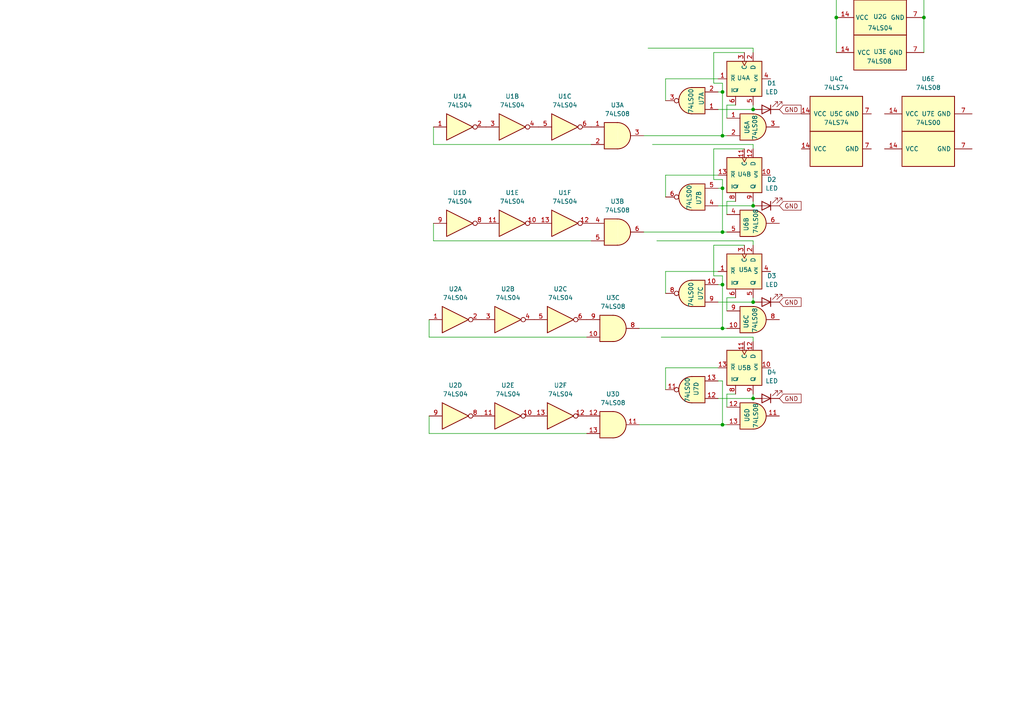
<source format=kicad_sch>
(kicad_sch (version 20250114) (generator "eeschema") (generator_version "9.0")
  (paper "A4")
  (lib_symbols
    (symbol "74xx:74LS00" (pin_names (offset 1.016))
      (property "Reference" "U" (at 0 1.27 0))
      (property "Value" "74LS00" (at 0 -1.27 0))
      (symbol "74LS00_1_1"
        (arc (start 0 3.81) (mid 3.7934 0) (end 0 -3.81) (stroke (width 0.254)) (fill (type background)))
        (polyline (pts (xy 0 3.81) (xy -3.81 3.81) (xy -3.81 -3.81) (xy 0 -3.81)) (stroke (width 0.254)) (fill (type background)))
        (pin input line (at -7.62 2.54 0) (length 3.81) (name "~") (number "1"))
        (pin input line (at -7.62 -2.54 0) (length 3.81) (name "~") (number "2"))
        (pin output inverted (at 7.62 0 180) (length 3.81) (name "~") (number "3"))
      )
      (symbol "74LS00_1_2"
        (arc (start -3.81 3.81) (mid -2.589 0) (end -3.81 -3.81) (stroke (width 0.254)))
        (polyline (pts (xy -3.81 3.81) (xy -0.635 3.81)) (stroke (width 0.254)) (fill (type background)))
        (polyline (pts (xy -3.81 -3.81) (xy -0.635 -3.81)) (stroke (width 0.254)) (fill (type background)))
        (arc (start 3.81 0) (mid 2.1855 -2.584) (end -0.6096 -3.81) (stroke (width 0.254)) (fill (type background)))
        (arc (start -0.6096 3.81) (mid 2.1928 2.5924) (end 3.81 0) (stroke (width 0.254)) (fill (type background)))
        (polyline (pts (xy -0.635 3.81) (xy -3.81 3.81) (xy -3.81 3.81) (xy -3.556 3.4036) (xy -3.0226 2.2606) (xy -2.6924 1.0414) (xy -2.6162 -0.254) (xy -2.7686 -1.4986) (xy -3.175 -2.7178) (xy -3.81 -3.81) (xy -3.81 -3.81) (xy -0.635 -3.81)) (stroke (width -25.4)) (fill (type background)))
        (pin input inverted (at -7.62 2.54 0) (length 4.318) (name "~") (number "1"))
        (pin input inverted (at -7.62 -2.54 0) (length 4.318) (name "~") (number "2"))
        (pin output line (at 7.62 0 180) (length 3.81) (name "~") (number "3"))
      )
      (symbol "74LS00_2_1"
        (arc (start 0 3.81) (mid 3.7934 0) (end 0 -3.81) (stroke (width 0.254)) (fill (type background)))
        (polyline (pts (xy 0 3.81) (xy -3.81 3.81) (xy -3.81 -3.81) (xy 0 -3.81)) (stroke (width 0.254)) (fill (type background)))
        (pin input line (at -7.62 2.54 0) (length 3.81) (name "~") (number "4"))
        (pin input line (at -7.62 -2.54 0) (length 3.81) (name "~") (number "5"))
        (pin output inverted (at 7.62 0 180) (length 3.81) (name "~") (number "6"))
      )
      (symbol "74LS00_2_2"
        (arc (start -3.81 3.81) (mid -2.589 0) (end -3.81 -3.81) (stroke (width 0.254)))
        (polyline (pts (xy -3.81 3.81) (xy -0.635 3.81)) (stroke (width 0.254)) (fill (type background)))
        (polyline (pts (xy -3.81 -3.81) (xy -0.635 -3.81)) (stroke (width 0.254)) (fill (type background)))
        (arc (start 3.81 0) (mid 2.1855 -2.584) (end -0.6096 -3.81) (stroke (width 0.254)) (fill (type background)))
        (arc (start -0.6096 3.81) (mid 2.1928 2.5924) (end 3.81 0) (stroke (width 0.254)) (fill (type background)))
        (polyline (pts (xy -0.635 3.81) (xy -3.81 3.81) (xy -3.81 3.81) (xy -3.556 3.4036) (xy -3.0226 2.2606) (xy -2.6924 1.0414) (xy -2.6162 -0.254) (xy -2.7686 -1.4986) (xy -3.175 -2.7178) (xy -3.81 -3.81) (xy -3.81 -3.81) (xy -0.635 -3.81)) (stroke (width -25.4)) (fill (type background)))
        (pin input inverted (at -7.62 2.54 0) (length 4.318) (name "~") (number "4"))
        (pin input inverted (at -7.62 -2.54 0) (length 4.318) (name "~") (number "5"))
        (pin output line (at 7.62 0 180) (length 3.81) (name "~") (number "6"))
      )
      (symbol "74LS00_3_1"
        (arc (start 0 3.81) (mid 3.7934 0) (end 0 -3.81) (stroke (width 0.254)) (fill (type background)))
        (polyline (pts (xy 0 3.81) (xy -3.81 3.81) (xy -3.81 -3.81) (xy 0 -3.81)) (stroke (width 0.254)) (fill (type background)))
        (pin input line (at -7.62 2.54 0) (length 3.81) (name "~") (number "9"))
        (pin input line (at -7.62 -2.54 0) (length 3.81) (name "~") (number "10"))
        (pin output inverted (at 7.62 0 180) (length 3.81) (name "~") (number "8"))
      )
      (symbol "74LS00_3_2"
        (arc (start -3.81 3.81) (mid -2.589 0) (end -3.81 -3.81) (stroke (width 0.254)))
        (polyline (pts (xy -3.81 3.81) (xy -0.635 3.81)) (stroke (width 0.254)) (fill (type background)))
        (polyline (pts (xy -3.81 -3.81) (xy -0.635 -3.81)) (stroke (width 0.254)) (fill (type background)))
        (arc (start 3.81 0) (mid 2.1855 -2.584) (end -0.6096 -3.81) (stroke (width 0.254)) (fill (type background)))
        (arc (start -0.6096 3.81) (mid 2.1928 2.5924) (end 3.81 0) (stroke (width 0.254)) (fill (type background)))
        (polyline (pts (xy -0.635 3.81) (xy -3.81 3.81) (xy -3.81 3.81) (xy -3.556 3.4036) (xy -3.0226 2.2606) (xy -2.6924 1.0414) (xy -2.6162 -0.254) (xy -2.7686 -1.4986) (xy -3.175 -2.7178) (xy -3.81 -3.81) (xy -3.81 -3.81) (xy -0.635 -3.81)) (stroke (width -25.4)) (fill (type background)))
        (pin input inverted (at -7.62 2.54 0) (length 4.318) (name "~") (number "9"))
        (pin input inverted (at -7.62 -2.54 0) (length 4.318) (name "~") (number "10"))
        (pin output line (at 7.62 0 180) (length 3.81) (name "~") (number "8"))
      )
      (symbol "74LS00_4_1"
        (arc (start 0 3.81) (mid 3.7934 0) (end 0 -3.81) (stroke (width 0.254)) (fill (type background)))
        (polyline (pts (xy 0 3.81) (xy -3.81 3.81) (xy -3.81 -3.81) (xy 0 -3.81)) (stroke (width 0.254)) (fill (type background)))
        (pin input line (at -7.62 2.54 0) (length 3.81) (name "~") (number "12"))
        (pin input line (at -7.62 -2.54 0) (length 3.81) (name "~") (number "13"))
        (pin output inverted (at 7.62 0 180) (length 3.81) (name "~") (number "11"))
      )
      (symbol "74LS00_4_2"
        (arc (start -3.81 3.81) (mid -2.589 0) (end -3.81 -3.81) (stroke (width 0.254)))
        (polyline (pts (xy -3.81 3.81) (xy -0.635 3.81)) (stroke (width 0.254)) (fill (type background)))
        (polyline (pts (xy -3.81 -3.81) (xy -0.635 -3.81)) (stroke (width 0.254)) (fill (type background)))
        (arc (start 3.81 0) (mid 2.1855 -2.584) (end -0.6096 -3.81) (stroke (width 0.254)) (fill (type background)))
        (arc (start -0.6096 3.81) (mid 2.1928 2.5924) (end 3.81 0) (stroke (width 0.254)) (fill (type background)))
        (polyline (pts (xy -0.635 3.81) (xy -3.81 3.81) (xy -3.81 3.81) (xy -3.556 3.4036) (xy -3.0226 2.2606) (xy -2.6924 1.0414) (xy -2.6162 -0.254) (xy -2.7686 -1.4986) (xy -3.175 -2.7178) (xy -3.81 -3.81) (xy -3.81 -3.81) (xy -0.635 -3.81)) (stroke (width -25.4)) (fill (type background)))
        (pin input inverted (at -7.62 2.54 0) (length 4.318) (name "~") (number "12"))
        (pin input inverted (at -7.62 -2.54 0) (length 4.318) (name "~") (number "13"))
        (pin output line (at 7.62 0 180) (length 3.81) (name "~") (number "11"))
      )
      (symbol "74LS00_5_0"
        (pin power_in line (at 0 12.7 270) (length 5.08) (name "VCC") (number "14"))
        (pin power_in line (at 0 -12.7 90) (length 5.08) (name "GND") (number "7"))
      )
      (symbol "74LS00_5_1"
        (rectangle (start -5.08 7.62) (end 5.08 -7.62) (stroke (width 0.254)) (fill (type background)))
      )
    )
    (symbol "74xx:74LS04"
      (property "Reference" "U" (at 0 1.27 0))
      (property "Value" "74LS04" (at 0 -1.27 0))
      (symbol "74LS04_1_0"
        (polyline (pts (xy -3.81 3.81) (xy -3.81 -3.81) (xy 3.81 0) (xy -3.81 3.81)) (stroke (width 0.254)) (fill (type background)))
        (pin input line (at -7.62 0 0) (length 3.81) (name "~") (number "1"))
        (pin output inverted (at 7.62 0 180) (length 3.81) (name "~") (number "2"))
      )
      (symbol "74LS04_2_0"
        (polyline (pts (xy -3.81 3.81) (xy -3.81 -3.81) (xy 3.81 0) (xy -3.81 3.81)) (stroke (width 0.254)) (fill (type background)))
        (pin input line (at -7.62 0 0) (length 3.81) (name "~") (number "3"))
        (pin output inverted (at 7.62 0 180) (length 3.81) (name "~") (number "4"))
      )
      (symbol "74LS04_3_0"
        (polyline (pts (xy -3.81 3.81) (xy -3.81 -3.81) (xy 3.81 0) (xy -3.81 3.81)) (stroke (width 0.254)) (fill (type background)))
        (pin input line (at -7.62 0 0) (length 3.81) (name "~") (number "5"))
        (pin output inverted (at 7.62 0 180) (length 3.81) (name "~") (number "6"))
      )
      (symbol "74LS04_4_0"
        (polyline (pts (xy -3.81 3.81) (xy -3.81 -3.81) (xy 3.81 0) (xy -3.81 3.81)) (stroke (width 0.254)) (fill (type background)))
        (pin input line (at -7.62 0 0) (length 3.81) (name "~") (number "9"))
        (pin output inverted (at 7.62 0 180) (length 3.81) (name "~") (number "8"))
      )
      (symbol "74LS04_5_0"
        (polyline (pts (xy -3.81 3.81) (xy -3.81 -3.81) (xy 3.81 0) (xy -3.81 3.81)) (stroke (width 0.254)) (fill (type background)))
        (pin input line (at -7.62 0 0) (length 3.81) (name "~") (number "11"))
        (pin output inverted (at 7.62 0 180) (length 3.81) (name "~") (number "10"))
      )
      (symbol "74LS04_6_0"
        (polyline (pts (xy -3.81 3.81) (xy -3.81 -3.81) (xy 3.81 0) (xy -3.81 3.81)) (stroke (width 0.254)) (fill (type background)))
        (pin input line (at -7.62 0 0) (length 3.81) (name "~") (number "13"))
        (pin output inverted (at 7.62 0 180) (length 3.81) (name "~") (number "12"))
      )
      (symbol "74LS04_7_0"
        (pin power_in line (at 0 12.7 270) (length 5.08) (name "VCC") (number "14"))
        (pin power_in line (at 0 -12.7 90) (length 5.08) (name "GND") (number "7"))
      )
      (symbol "74LS04_7_1"
        (rectangle (start -5.08 7.62) (end 5.08 -7.62) (stroke (width 0.254)) (fill (type background)))
      )
    )
    (symbol "74xx:74LS08" (pin_names (offset 1.016))
      (property "Reference" "U" (at 0 1.27 0))
      (property "Value" "74LS08" (at 0 -1.27 0))
      (symbol "74LS08_1_1"
        (arc (start 0 3.81) (mid 3.7934 0) (end 0 -3.81) (stroke (width 0.254)) (fill (type background)))
        (polyline (pts (xy 0 3.81) (xy -3.81 3.81) (xy -3.81 -3.81) (xy 0 -3.81)) (stroke (width 0.254)) (fill (type background)))
        (pin input line (at -7.62 2.54 0) (length 3.81) (name "~") (number "1"))
        (pin input line (at -7.62 -2.54 0) (length 3.81) (name "~") (number "2"))
        (pin output line (at 7.62 0 180) (length 3.81) (name "~") (number "3"))
      )
      (symbol "74LS08_1_2"
        (arc (start -3.81 3.81) (mid -2.589 0) (end -3.81 -3.81) (stroke (width 0.254)))
        (polyline (pts (xy -3.81 3.81) (xy -0.635 3.81)) (stroke (width 0.254)) (fill (type background)))
        (polyline (pts (xy -3.81 -3.81) (xy -0.635 -3.81)) (stroke (width 0.254)) (fill (type background)))
        (arc (start 3.81 0) (mid 2.1855 -2.584) (end -0.6096 -3.81) (stroke (width 0.254)) (fill (type background)))
        (arc (start -0.6096 3.81) (mid 2.1928 2.5924) (end 3.81 0) (stroke (width 0.254)) (fill (type background)))
        (polyline (pts (xy -0.635 3.81) (xy -3.81 3.81) (xy -3.81 3.81) (xy -3.556 3.4036) (xy -3.0226 2.2606) (xy -2.6924 1.0414) (xy -2.6162 -0.254) (xy -2.7686 -1.4986) (xy -3.175 -2.7178) (xy -3.81 -3.81) (xy -3.81 -3.81) (xy -0.635 -3.81)) (stroke (width -25.4)) (fill (type background)))
        (pin input inverted (at -7.62 2.54 0) (length 4.318) (name "~") (number "1"))
        (pin input inverted (at -7.62 -2.54 0) (length 4.318) (name "~") (number "2"))
        (pin output inverted (at 7.62 0 180) (length 3.81) (name "~") (number "3"))
      )
      (symbol "74LS08_2_1"
        (arc (start 0 3.81) (mid 3.7934 0) (end 0 -3.81) (stroke (width 0.254)) (fill (type background)))
        (polyline (pts (xy 0 3.81) (xy -3.81 3.81) (xy -3.81 -3.81) (xy 0 -3.81)) (stroke (width 0.254)) (fill (type background)))
        (pin input line (at -7.62 2.54 0) (length 3.81) (name "~") (number "4"))
        (pin input line (at -7.62 -2.54 0) (length 3.81) (name "~") (number "5"))
        (pin output line (at 7.62 0 180) (length 3.81) (name "~") (number "6"))
      )
      (symbol "74LS08_2_2"
        (arc (start -3.81 3.81) (mid -2.589 0) (end -3.81 -3.81) (stroke (width 0.254)))
        (polyline (pts (xy -3.81 3.81) (xy -0.635 3.81)) (stroke (width 0.254)) (fill (type background)))
        (polyline (pts (xy -3.81 -3.81) (xy -0.635 -3.81)) (stroke (width 0.254)) (fill (type background)))
        (arc (start 3.81 0) (mid 2.1855 -2.584) (end -0.6096 -3.81) (stroke (width 0.254)) (fill (type background)))
        (arc (start -0.6096 3.81) (mid 2.1928 2.5924) (end 3.81 0) (stroke (width 0.254)) (fill (type background)))
        (polyline (pts (xy -0.635 3.81) (xy -3.81 3.81) (xy -3.81 3.81) (xy -3.556 3.4036) (xy -3.0226 2.2606) (xy -2.6924 1.0414) (xy -2.6162 -0.254) (xy -2.7686 -1.4986) (xy -3.175 -2.7178) (xy -3.81 -3.81) (xy -3.81 -3.81) (xy -0.635 -3.81)) (stroke (width -25.4)) (fill (type background)))
        (pin input inverted (at -7.62 2.54 0) (length 4.318) (name "~") (number "4"))
        (pin input inverted (at -7.62 -2.54 0) (length 4.318) (name "~") (number "5"))
        (pin output inverted (at 7.62 0 180) (length 3.81) (name "~") (number "6"))
      )
      (symbol "74LS08_3_1"
        (arc (start 0 3.81) (mid 3.7934 0) (end 0 -3.81) (stroke (width 0.254)) (fill (type background)))
        (polyline (pts (xy 0 3.81) (xy -3.81 3.81) (xy -3.81 -3.81) (xy 0 -3.81)) (stroke (width 0.254)) (fill (type background)))
        (pin input line (at -7.62 2.54 0) (length 3.81) (name "~") (number "9"))
        (pin input line (at -7.62 -2.54 0) (length 3.81) (name "~") (number "10"))
        (pin output line (at 7.62 0 180) (length 3.81) (name "~") (number "8"))
      )
      (symbol "74LS08_3_2"
        (arc (start -3.81 3.81) (mid -2.589 0) (end -3.81 -3.81) (stroke (width 0.254)))
        (polyline (pts (xy -3.81 3.81) (xy -0.635 3.81)) (stroke (width 0.254)) (fill (type background)))
        (polyline (pts (xy -3.81 -3.81) (xy -0.635 -3.81)) (stroke (width 0.254)) (fill (type background)))
        (arc (start 3.81 0) (mid 2.1855 -2.584) (end -0.6096 -3.81) (stroke (width 0.254)) (fill (type background)))
        (arc (start -0.6096 3.81) (mid 2.1928 2.5924) (end 3.81 0) (stroke (width 0.254)) (fill (type background)))
        (polyline (pts (xy -0.635 3.81) (xy -3.81 3.81) (xy -3.81 3.81) (xy -3.556 3.4036) (xy -3.0226 2.2606) (xy -2.6924 1.0414) (xy -2.6162 -0.254) (xy -2.7686 -1.4986) (xy -3.175 -2.7178) (xy -3.81 -3.81) (xy -3.81 -3.81) (xy -0.635 -3.81)) (stroke (width -25.4)) (fill (type background)))
        (pin input inverted (at -7.62 2.54 0) (length 4.318) (name "~") (number "9"))
        (pin input inverted (at -7.62 -2.54 0) (length 4.318) (name "~") (number "10"))
        (pin output inverted (at 7.62 0 180) (length 3.81) (name "~") (number "8"))
      )
      (symbol "74LS08_4_1"
        (arc (start 0 3.81) (mid 3.7934 0) (end 0 -3.81) (stroke (width 0.254)) (fill (type background)))
        (polyline (pts (xy 0 3.81) (xy -3.81 3.81) (xy -3.81 -3.81) (xy 0 -3.81)) (stroke (width 0.254)) (fill (type background)))
        (pin input line (at -7.62 2.54 0) (length 3.81) (name "~") (number "12"))
        (pin input line (at -7.62 -2.54 0) (length 3.81) (name "~") (number "13"))
        (pin output line (at 7.62 0 180) (length 3.81) (name "~") (number "11"))
      )
      (symbol "74LS08_4_2"
        (arc (start -3.81 3.81) (mid -2.589 0) (end -3.81 -3.81) (stroke (width 0.254)))
        (polyline (pts (xy -3.81 3.81) (xy -0.635 3.81)) (stroke (width 0.254)) (fill (type background)))
        (polyline (pts (xy -3.81 -3.81) (xy -0.635 -3.81)) (stroke (width 0.254)) (fill (type background)))
        (arc (start 3.81 0) (mid 2.1855 -2.584) (end -0.6096 -3.81) (stroke (width 0.254)) (fill (type background)))
        (arc (start -0.6096 3.81) (mid 2.1928 2.5924) (end 3.81 0) (stroke (width 0.254)) (fill (type background)))
        (polyline (pts (xy -0.635 3.81) (xy -3.81 3.81) (xy -3.81 3.81) (xy -3.556 3.4036) (xy -3.0226 2.2606) (xy -2.6924 1.0414) (xy -2.6162 -0.254) (xy -2.7686 -1.4986) (xy -3.175 -2.7178) (xy -3.81 -3.81) (xy -3.81 -3.81) (xy -0.635 -3.81)) (stroke (width -25.4)) (fill (type background)))
        (pin input inverted (at -7.62 2.54 0) (length 4.318) (name "~") (number "12"))
        (pin input inverted (at -7.62 -2.54 0) (length 4.318) (name "~") (number "13"))
        (pin output inverted (at 7.62 0 180) (length 3.81) (name "~") (number "11"))
      )
      (symbol "74LS08_5_0"
        (pin power_in line (at 0 12.7 270) (length 5.08) (name "VCC") (number "14"))
        (pin power_in line (at 0 -12.7 90) (length 5.08) (name "GND") (number "7"))
      )
      (symbol "74LS08_5_1"
        (rectangle (start -5.08 7.62) (end 5.08 -7.62) (stroke (width 0.254)) (fill (type background)))
      )
    )
    (symbol "74xx:74LS74" (pin_names (offset 1.016))
      (property "Reference" "U" (at -7.62 8.89 0))
      (property "Value" "74LS74" (at -7.62 -8.89 0))
      (symbol "74LS74_1_0"
        (pin input line (at -7.62 2.54 0) (length 2.54) (name "D") (number "2"))
        (pin input clock (at -7.62 0 0) (length 2.54) (name "C") (number "3"))
        (pin input line (at 0 7.62 270) (length 2.54) (name "~{S}") (number "4"))
        (pin input line (at 0 -7.62 90) (length 2.54) (name "~{R}") (number "1"))
        (pin output line (at 7.62 2.54 180) (length 2.54) (name "Q") (number "5"))
        (pin output line (at 7.62 -2.54 180) (length 2.54) (name "~{Q}") (number "6"))
      )
      (symbol "74LS74_1_1"
        (rectangle (start -5.08 5.08) (end 5.08 -5.08) (stroke (width 0.254)) (fill (type background)))
      )
      (symbol "74LS74_2_0"
        (pin input line (at -7.62 2.54 0) (length 2.54) (name "D") (number "12"))
        (pin input clock (at -7.62 0 0) (length 2.54) (name "C") (number "11"))
        (pin input line (at 0 7.62 270) (length 2.54) (name "~{S}") (number "10"))
        (pin input line (at 0 -7.62 90) (length 2.54) (name "~{R}") (number "13"))
        (pin output line (at 7.62 2.54 180) (length 2.54) (name "Q") (number "9"))
        (pin output line (at 7.62 -2.54 180) (length 2.54) (name "~{Q}") (number "8"))
      )
      (symbol "74LS74_2_1"
        (rectangle (start -5.08 5.08) (end 5.08 -5.08) (stroke (width 0.254)) (fill (type background)))
      )
      (symbol "74LS74_3_0"
        (pin power_in line (at 0 10.16 270) (length 2.54) (name "VCC") (number "14"))
        (pin power_in line (at 0 -10.16 90) (length 2.54) (name "GND") (number "7"))
      )
      (symbol "74LS74_3_1"
        (rectangle (start -5.08 7.62) (end 5.08 -7.62) (stroke (width 0.254)) (fill (type background)))
      )
    )
    (symbol "Device:LED" (pin_numbers (hide yes)) (pin_names (offset 1.016) (hide yes))
      (property "Reference" "D" (at 0 2.54 0))
      (property "Value" "LED" (at 0 -2.54 0))
      (symbol "LED_0_1"
        (polyline (pts (xy -3.048 -0.762) (xy -4.572 -2.286) (xy -3.81 -2.286) (xy -4.572 -2.286) (xy -4.572 -1.524)))
        (polyline (pts (xy -1.778 -0.762) (xy -3.302 -2.286) (xy -2.54 -2.286) (xy -3.302 -2.286) (xy -3.302 -1.524)))
        (polyline (pts (xy -1.27 0) (xy 1.27 0)))
        (polyline (pts (xy -1.27 -1.27) (xy -1.27 1.27)) (stroke (width 0.254)))
        (polyline (pts (xy 1.27 -1.27) (xy 1.27 1.27) (xy -1.27 0) (xy 1.27 -1.27)) (stroke (width 0.254)))
      )
      (symbol "LED_1_1"
        (pin passive line (at -3.81 0 0) (length 2.54) (name "K") (number "1"))
        (pin passive line (at 3.81 0 180) (length 2.54) (name "A") (number "2"))
      )
    )
  )
  (junction (at 209.55 82.55))
  (junction (at 218.44 87.63))
  (junction (at 209.55 26.67))
  (junction (at 209.55 95.25))
  (junction (at 218.44 31.75))
  (junction (at 218.44 59.69))
  (junction (at 209.55 39.37))
  (junction (at 209.55 54.61))
  (junction (at 209.55 67.31))
  (junction (at 209.55 123.19))
  (junction (at 218.44 115.57))
  (junction (at 267.97 5.08))
  (junction (at 242.57 5.08))
  (wire (pts (xy 207.01 24.13) (xy 207.01 15.24)))
  (wire (pts (xy 210.82 58.42) (xy 213.36 58.42)))
  (wire (pts (xy 193.04 78.74) (xy 208.28 78.74)))
  (wire (pts (xy 170.18 125.73) (xy 124.46 125.73)))
  (wire (pts (xy 207.01 80.01) (xy 207.01 71.12)))
  (wire (pts (xy 124.46 97.79) (xy 124.46 92.71)))
  (wire (pts (xy 209.55 95.25) (xy 210.82 95.25)))
  (wire (pts (xy 209.55 123.19) (xy 210.82 123.19)))
  (wire (pts (xy 242.57 5.08) (xy 242.57 15.24)))
  (wire (pts (xy 210.82 30.48) (xy 210.82 34.29)))
  (wire (pts (xy 209.55 52.07) (xy 207.01 52.07)))
  (wire (pts (xy 213.36 114.3) (xy 210.82 114.3)))
  (wire (pts (xy 207.01 52.07) (xy 207.01 43.18)))
  (wire (pts (xy 218.44 31.75) (xy 218.44 30.48)))
  (wire (pts (xy 208.28 59.69) (xy 218.44 59.69)))
  (wire (pts (xy 209.55 80.01) (xy 207.01 80.01)))
  (wire (pts (xy 193.04 50.8) (xy 208.28 50.8)))
  (wire (pts (xy 207.01 15.24) (xy 215.9 15.24)))
  (wire (pts (xy 209.55 54.61) (xy 209.55 52.07)))
  (wire (pts (xy 209.55 26.67) (xy 209.55 24.13)))
  (wire (pts (xy 186.69 39.37) (xy 209.55 39.37)))
  (wire (pts (xy 209.55 82.55) (xy 209.55 95.25)))
  (wire (pts (xy 207.01 71.12) (xy 215.9 71.12)))
  (wire (pts (xy 218.44 43.18) (xy 218.44 41.91)))
  (wire (pts (xy 209.55 54.61) (xy 209.55 67.31)))
  (wire (pts (xy 210.82 30.48) (xy 213.36 30.48)))
  (wire (pts (xy 186.69 67.31) (xy 209.55 67.31)))
  (wire (pts (xy 209.55 110.49) (xy 209.55 123.19)))
  (wire (pts (xy 218.44 114.3) (xy 218.44 115.57)))
  (wire (pts (xy 193.04 57.15) (xy 193.04 50.8)))
  (wire (pts (xy 210.82 90.17) (xy 210.82 86.36)))
  (wire (pts (xy 208.28 115.57) (xy 218.44 115.57)))
  (wire (pts (xy 218.44 15.24) (xy 218.44 13.97)))
  (wire (pts (xy 218.44 87.63) (xy 218.44 86.36)))
  (wire (pts (xy 185.42 123.19) (xy 209.55 123.19)))
  (wire (pts (xy 124.46 125.73) (xy 124.46 120.65)))
  (wire (pts (xy 190.5 69.85) (xy 218.44 69.85)))
  (wire (pts (xy 267.97 -5.08) (xy 267.97 5.08)))
  (wire (pts (xy 191.77 97.79) (xy 218.44 97.79)))
  (wire (pts (xy 171.45 69.85) (xy 125.73 69.85)))
  (wire (pts (xy 210.82 86.36) (xy 213.36 86.36)))
  (wire (pts (xy 208.28 82.55) (xy 209.55 82.55)))
  (wire (pts (xy 209.55 82.55) (xy 209.55 80.01)))
  (wire (pts (xy 209.55 24.13) (xy 207.01 24.13)))
  (wire (pts (xy 193.04 22.86) (xy 208.28 22.86)))
  (wire (pts (xy 208.28 26.67) (xy 209.55 26.67)))
  (wire (pts (xy 193.04 85.09) (xy 193.04 78.74)))
  (wire (pts (xy 193.04 113.03) (xy 193.04 106.68)))
  (wire (pts (xy 209.55 26.67) (xy 209.55 39.37)))
  (wire (pts (xy 208.28 110.49) (xy 209.55 110.49)))
  (wire (pts (xy 125.73 41.91) (xy 125.73 36.83)))
  (wire (pts (xy 208.28 54.61) (xy 209.55 54.61)))
  (wire (pts (xy 170.18 97.79) (xy 124.46 97.79)))
  (wire (pts (xy 242.57 -5.08) (xy 242.57 5.08)))
  (wire (pts (xy 193.04 106.68) (xy 208.28 106.68)))
  (wire (pts (xy 218.44 71.12) (xy 218.44 69.85)))
  (wire (pts (xy 218.44 99.06) (xy 218.44 97.79)))
  (wire (pts (xy 125.73 69.85) (xy 125.73 64.77)))
  (wire (pts (xy 185.42 95.25) (xy 209.55 95.25)))
  (wire (pts (xy 207.01 43.18) (xy 215.9 43.18)))
  (wire (pts (xy 210.82 62.23) (xy 210.82 58.42)))
  (wire (pts (xy 267.97 5.08) (xy 267.97 15.24)))
  (wire (pts (xy 218.44 31.75) (xy 208.28 31.75)))
  (wire (pts (xy 208.28 87.63) (xy 218.44 87.63)))
  (wire (pts (xy 209.55 39.37) (xy 210.82 39.37)))
  (wire (pts (xy 187.96 13.97) (xy 218.44 13.97)))
  (wire (pts (xy 218.44 59.69) (xy 218.44 58.42)))
  (wire (pts (xy 210.82 114.3) (xy 210.82 118.11)))
  (wire (pts (xy 209.55 67.31) (xy 210.82 67.31)))
  (wire (pts (xy 171.45 41.91) (xy 125.73 41.91)))
  (wire (pts (xy 193.04 29.21) (xy 193.04 22.86)))
  (wire (pts (xy 189.23 41.91) (xy 218.44 41.91)))
  (global_label "GND" (shape input) (at 226.06 31.75 0) (property "Intersheetrefs" "${INTERSHEET_REFS}" (effects (hide yes))))
  (global_label "GND" (shape input) (at 267.97 -5.08 90) (property "Intersheetrefs" "${INTERSHEET_REFS}" (effects (hide yes))))
  (global_label "VCC" (shape input) (at 242.57 -5.08 90) (property "Intersheetrefs" "${INTERSHEET_REFS}" (effects (hide yes))))
  (global_label "GND" (shape input) (at 226.06 115.57 0) (property "Intersheetrefs" "${INTERSHEET_REFS}" (effects (hide yes))))
  (global_label "GND" (shape input) (at 226.06 59.69 0) (property "Intersheetrefs" "${INTERSHEET_REFS}" (effects (hide yes))))
  (global_label "GND" (shape input) (at 226.06 87.63 0) (property "Intersheetrefs" "${INTERSHEET_REFS}" (effects (hide yes))))
  (symbol (lib_id "74xx:74LS04") (at 132.08 92.71 0) (unit 1)
    (property "Reference" "U2" (at 132.08 83.82 0))
    (property "Value" "74LS04" (at 132.08 86.36 0))
    (property "Datasheet" "http://www.ti.com/lit/gpn/sn74LS04" (effects (hide yes)))
    (property "Description" "Hex Inverter" (effects (hide yes)))
  )
  (symbol (lib_id "74xx:74LS04") (at 163.83 36.83 0) (unit 3)
    (property "Reference" "U1" (at 163.83 27.94 0))
    (property "Value" "74LS04" (at 163.83 30.48 0))
    (property "Datasheet" "http://www.ti.com/lit/gpn/sn74LS04" (effects (hide yes)))
    (property "Description" "Hex Inverter" (effects (hide yes)))
  )
  (symbol (lib_id "74xx:74LS00") (at 200.66 57.15 180) (unit 2)
    (property "Reference" "U7" (at 202.692 55.372 90) (effects (justify left)))
    (property "Value" "74LS00" (at 199.898 53.594 90) (effects (justify left)))
    (property "Datasheet" "http://www.ti.com/lit/gpn/sn74ls00" (effects (hide yes)))
    (property "Description" "quad 2-input NAND gate" (effects (hide yes)))
  )
  (symbol (lib_id "74xx:74LS08") (at 177.8 123.19 0) (unit 4)
    (property "Reference" "U3" (at 177.7917 114.3 0))
    (property "Value" "74LS08" (at 177.7917 116.84 0))
    (property "Datasheet" "http://www.ti.com/lit/gpn/sn74LS08" (effects (hide yes)))
    (property "Description" "Quad And2" (effects (hide yes)))
  )
  (symbol (lib_id "74xx:74LS04") (at 132.08 120.65 0) (unit 4)
    (property "Reference" "U2" (at 132.08 111.76 0))
    (property "Value" "74LS04" (at 132.08 114.3 0))
    (property "Datasheet" "http://www.ti.com/lit/gpn/sn74LS04" (effects (hide yes)))
    (property "Description" "Hex Inverter" (effects (hide yes)))
  )
  (symbol (lib_id "74xx:74LS00") (at 200.66 113.03 180) (unit 4)
    (property "Reference" "U7" (at 201.93 110.744 90) (effects (justify left)))
    (property "Value" "74LS00" (at 199.39 109.474 90) (effects (justify left)))
    (property "Datasheet" "http://www.ti.com/lit/gpn/sn74ls00" (effects (hide yes)))
    (property "Description" "quad 2-input NAND gate" (effects (hide yes)))
  )
  (symbol (lib_id "74xx:74LS08") (at 218.44 64.77 0) (unit 2)
    (property "Reference" "U6" (at 216.408 67.056 90) (effects (justify left)))
    (property "Value" "74LS08" (at 219.202 67.818 90) (effects (justify left)))
    (property "Datasheet" "http://www.ti.com/lit/gpn/sn74LS08" (effects (hide yes)))
    (property "Description" "Quad And2" (effects (hide yes)))
  )
  (symbol (lib_id "74xx:74LS04") (at 133.35 36.83 0) (unit 1)
    (property "Reference" "U1" (at 133.35 27.94 0))
    (property "Value" "74LS04" (at 133.35 30.48 0))
    (property "Datasheet" "http://www.ti.com/lit/gpn/sn74LS04" (effects (hide yes)))
    (property "Description" "Hex Inverter" (effects (hide yes)))
  )
  (symbol (lib_id "74xx:74LS04") (at 147.32 120.65 0) (unit 5)
    (property "Reference" "U2" (at 147.32 111.76 0))
    (property "Value" "74LS04" (at 147.32 114.3 0))
    (property "Datasheet" "http://www.ti.com/lit/gpn/sn74LS04" (effects (hide yes)))
    (property "Description" "Hex Inverter" (effects (hide yes)))
  )
  (symbol (lib_id "74xx:74LS04") (at 163.83 64.77 0) (unit 6)
    (property "Reference" "U1" (at 163.83 55.88 0))
    (property "Value" "74LS04" (at 163.83 58.42 0))
    (property "Datasheet" "http://www.ti.com/lit/gpn/sn74LS04" (effects (hide yes)))
    (property "Description" "Hex Inverter" (effects (hide yes)))
  )
  (symbol (lib_id "74xx:74LS00") (at 269.24 43.18 90) (unit 5)
    (property "Reference" "U7" (at 269.24 33.02 90))
    (property "Value" "74LS00" (at 269.24 35.56 90))
    (property "Datasheet" "http://www.ti.com/lit/gpn/sn74ls00" (effects (hide yes)))
    (property "Description" "quad 2-input NAND gate" (effects (hide yes)))
  )
  (symbol (lib_id "74xx:74LS04") (at 255.27 5.08 90) (unit 7)
    (property "Reference" "U2" (at 255.27 4.826 90))
    (property "Value" "74LS04" (at 255.27 8.128 90))
    (property "Datasheet" "http://www.ti.com/lit/gpn/sn74LS04" (effects (hide yes)))
    (property "Description" "Hex Inverter" (effects (hide yes)))
  )
  (symbol (lib_id "74xx:74LS08") (at 218.44 36.83 0) (unit 1)
    (property "Reference" "U6" (at 216.662 38.862 90) (effects (justify left)))
    (property "Value" "74LS08" (at 218.948 40.64 90) (effects (justify left)))
    (property "Datasheet" "http://www.ti.com/lit/gpn/sn74LS08" (effects (hide yes)))
    (property "Description" "Quad And2" (effects (hide yes)))
  )
  (symbol (lib_id "74xx:74LS04") (at 162.56 92.71 0) (unit 3)
    (property "Reference" "U2" (at 162.56 83.82 0))
    (property "Value" "74LS04" (at 162.56 86.36 0))
    (property "Datasheet" "http://www.ti.com/lit/gpn/sn74LS04" (effects (hide yes)))
    (property "Description" "Hex Inverter" (effects (hide yes)))
  )
  (symbol (lib_id "74xx:74LS74") (at 215.9 78.74 270) (unit 1)
    (property "Reference" "U5" (at 216.154 78.232 90))
    (property "Value" "74LS74" (effects (hide yes)))
    (property "Datasheet" "74xx/74hc_hct74.pdf" (effects (hide yes)))
    (property "Description" "Dual D Flip-flop, Set & Reset" (effects (hide yes)))
  )
  (symbol (lib_id "Device:LED") (at 222.25 31.75 180) (unit 1)
    (property "Reference" "D1" (at 223.8375 24.13 0))
    (property "Value" "LED" (at 223.8375 26.67 0))
    (property "Description" "Light emitting diode" (effects (hide yes)))
    (property "Sim.Pins" "1=K 2=A" (effects (hide yes)))
  )
  (symbol (lib_id "74xx:74LS74") (at 215.9 50.8 270) (unit 2)
    (property "Reference" "U4" (at 215.9 50.546 90))
    (property "Value" "74LS74" (effects (hide yes)))
    (property "Datasheet" "74xx/74hc_hct74.pdf" (effects (hide yes)))
    (property "Description" "Dual D Flip-flop, Set & Reset" (effects (hide yes)))
  )
  (symbol (lib_id "74xx:74LS00") (at 200.66 29.21 180) (unit 1)
    (property "Reference" "U7" (at 203.454 26.67 90) (effects (justify left)))
    (property "Value" "74LS00" (at 200.406 25.654 90) (effects (justify left)))
    (property "Datasheet" "http://www.ti.com/lit/gpn/sn74ls00" (effects (hide yes)))
    (property "Description" "quad 2-input NAND gate" (effects (hide yes)))
  )
  (symbol (lib_id "74xx:74LS08") (at 269.24 33.02 90) (unit 5)
    (property "Reference" "U6" (at 269.24 22.86 90))
    (property "Value" "74LS08" (at 269.24 25.4 90))
    (property "Datasheet" "http://www.ti.com/lit/gpn/sn74LS08" (effects (hide yes)))
    (property "Description" "Quad And2" (effects (hide yes)))
  )
  (symbol (lib_id "74xx:74LS08") (at 179.07 39.37 0) (unit 1)
    (property "Reference" "U3" (at 179.0617 30.48 0))
    (property "Value" "74LS08" (at 179.0617 33.02 0))
    (property "Datasheet" "http://www.ti.com/lit/gpn/sn74LS08" (effects (hide yes)))
    (property "Description" "Quad And2" (effects (hide yes)))
  )
  (symbol (lib_id "74xx:74LS04") (at 162.56 120.65 0) (unit 6)
    (property "Reference" "U2" (at 162.56 111.76 0))
    (property "Value" "74LS04" (at 162.56 114.3 0))
    (property "Datasheet" "http://www.ti.com/lit/gpn/sn74LS04" (effects (hide yes)))
    (property "Description" "Hex Inverter" (effects (hide yes)))
  )
  (symbol (lib_id "74xx:74LS74") (at 215.9 106.68 270) (unit 2)
    (property "Reference" "U5" (at 213.868 106.68 90) (effects (justify left)))
    (property "Value" "74LS74" (effects (hide yes)))
    (property "Datasheet" "74xx/74hc_hct74.pdf" (effects (hide yes)))
    (property "Description" "Dual D Flip-flop, Set & Reset" (effects (hide yes)))
  )
  (symbol (lib_id "Device:LED") (at 222.25 87.63 180) (unit 1)
    (property "Reference" "D3" (at 223.8375 80.01 0))
    (property "Value" "LED" (at 223.8375 82.55 0))
    (property "Description" "Light emitting diode" (effects (hide yes)))
    (property "Sim.Pins" "1=K 2=A" (effects (hide yes)))
  )
  (symbol (lib_id "74xx:74LS00") (at 200.66 85.09 180) (unit 3)
    (property "Reference" "U7" (at 203.2 83.058 90) (effects (justify left)))
    (property "Value" "74LS00" (at 200.406 81.788 90) (effects (justify left)))
    (property "Datasheet" "http://www.ti.com/lit/gpn/sn74ls00" (effects (hide yes)))
    (property "Description" "quad 2-input NAND gate" (effects (hide yes)))
  )
  (symbol (lib_id "74xx:74LS74") (at 242.57 43.18 90) (unit 3)
    (property "Reference" "U5" (at 242.57 33.02 90))
    (property "Value" "74LS74" (at 242.57 35.56 90))
    (property "Datasheet" "74xx/74hc_hct74.pdf" (effects (hide yes)))
    (property "Description" "Dual D Flip-flop, Set & Reset" (effects (hide yes)))
  )
  (symbol (lib_id "Device:LED") (at 222.25 115.57 180) (unit 1)
    (property "Reference" "D4" (at 223.8375 107.95 0))
    (property "Value" "LED" (at 223.8375 110.49 0))
    (property "Description" "Light emitting diode" (effects (hide yes)))
    (property "Sim.Pins" "1=K 2=A" (effects (hide yes)))
  )
  (symbol (lib_id "74xx:74LS04") (at 148.59 64.77 0) (unit 5)
    (property "Reference" "U1" (at 148.59 55.88 0))
    (property "Value" "74LS04" (at 148.59 58.42 0))
    (property "Datasheet" "http://www.ti.com/lit/gpn/sn74LS04" (effects (hide yes)))
    (property "Description" "Hex Inverter" (effects (hide yes)))
  )
  (symbol (lib_id "74xx:74LS04") (at 255.27 -5.08 90) (unit 7)
    (property "Reference" "U1" (at 255.016 -5.588 90))
    (property "Value" "74LS04" (at 255.27 -2.54 90))
    (property "Datasheet" "http://www.ti.com/lit/gpn/sn74LS04" (effects (hide yes)))
    (property "Description" "Hex Inverter" (effects (hide yes)))
  )
  (symbol (lib_id "74xx:74LS04") (at 148.59 36.83 0) (unit 2)
    (property "Reference" "U1" (at 148.59 27.94 0))
    (property "Value" "74LS04" (at 148.59 30.48 0))
    (property "Datasheet" "http://www.ti.com/lit/gpn/sn74LS04" (effects (hide yes)))
    (property "Description" "Hex Inverter" (effects (hide yes)))
  )
  (symbol (lib_id "74xx:74LS08") (at 218.44 120.65 0) (unit 4)
    (property "Reference" "U6" (at 216.662 122.428 90) (effects (justify left)))
    (property "Value" "74LS08" (at 219.202 124.206 90) (effects (justify left)))
    (property "Datasheet" "http://www.ti.com/lit/gpn/sn74LS08" (effects (hide yes)))
    (property "Description" "Quad And2" (effects (hide yes)))
  )
  (symbol (lib_id "74xx:74LS74") (at 215.9 22.86 270) (unit 1)
    (property "Reference" "U4" (at 215.646 22.606 90))
    (property "Value" "74LS74" (effects (hide yes)))
    (property "Datasheet" "74xx/74hc_hct74.pdf" (effects (hide yes)))
    (property "Description" "Dual D Flip-flop, Set & Reset" (effects (hide yes)))
  )
  (symbol (lib_id "74xx:74LS08") (at 177.8 95.25 0) (unit 3)
    (property "Reference" "U3" (at 177.7917 86.36 0))
    (property "Value" "74LS08" (at 177.7917 88.9 0))
    (property "Datasheet" "http://www.ti.com/lit/gpn/sn74LS08" (effects (hide yes)))
    (property "Description" "Quad And2" (effects (hide yes)))
  )
  (symbol (lib_id "74xx:74LS08") (at 179.07 67.31 0) (unit 2)
    (property "Reference" "U3" (at 179.0617 58.42 0))
    (property "Value" "74LS08" (at 179.0617 60.96 0))
    (property "Datasheet" "http://www.ti.com/lit/gpn/sn74LS08" (effects (hide yes)))
    (property "Description" "Quad And2" (effects (hide yes)))
  )
  (symbol (lib_id "74xx:74LS08") (at 255.27 15.24 90) (unit 5)
    (property "Reference" "U3" (at 255.27 14.986 90))
    (property "Value" "74LS08" (at 255.016 17.78 90))
    (property "Datasheet" "http://www.ti.com/lit/gpn/sn74LS08" (effects (hide yes)))
    (property "Description" "Quad And2" (effects (hide yes)))
  )
  (symbol (lib_id "74xx:74LS04") (at 147.32 92.71 0) (unit 2)
    (property "Reference" "U2" (at 147.32 83.82 0))
    (property "Value" "74LS04" (at 147.32 86.36 0))
    (property "Datasheet" "http://www.ti.com/lit/gpn/sn74LS04" (effects (hide yes)))
    (property "Description" "Hex Inverter" (effects (hide yes)))
  )
  (symbol (lib_id "74xx:74LS08") (at 218.44 92.71 0) (unit 3)
    (property "Reference" "U6" (at 216.408 95.25 90) (effects (justify left)))
    (property "Value" "74LS08" (at 218.948 96.52 90) (effects (justify left)))
    (property "Datasheet" "http://www.ti.com/lit/gpn/sn74LS08" (effects (hide yes)))
    (property "Description" "Quad And2" (effects (hide yes)))
  )
  (symbol (lib_id "Device:LED") (at 222.25 59.69 180) (unit 1)
    (property "Reference" "D2" (at 223.8375 52.07 0))
    (property "Value" "LED" (at 223.8375 54.61 0))
    (property "Description" "Light emitting diode" (effects (hide yes)))
    (property "Sim.Pins" "1=K 2=A" (effects (hide yes)))
  )
  (symbol (lib_id "74xx:74LS74") (at 242.57 33.02 90) (unit 3)
    (property "Reference" "U4" (at 242.57 22.86 90))
    (property "Value" "74LS74" (at 242.57 25.4 90))
    (property "Datasheet" "74xx/74hc_hct74.pdf" (effects (hide yes)))
    (property "Description" "Dual D Flip-flop, Set & Reset" (effects (hide yes)))
  )
  (symbol (lib_id "74xx:74LS04") (at 133.35 64.77 0) (unit 4)
    (property "Reference" "U1" (at 133.35 55.88 0))
    (property "Value" "74LS04" (at 133.35 58.42 0))
    (property "Datasheet" "http://www.ti.com/lit/gpn/sn74LS04" (effects (hide yes)))
    (property "Description" "Hex Inverter" (effects (hide yes)))
  )
)
</source>
